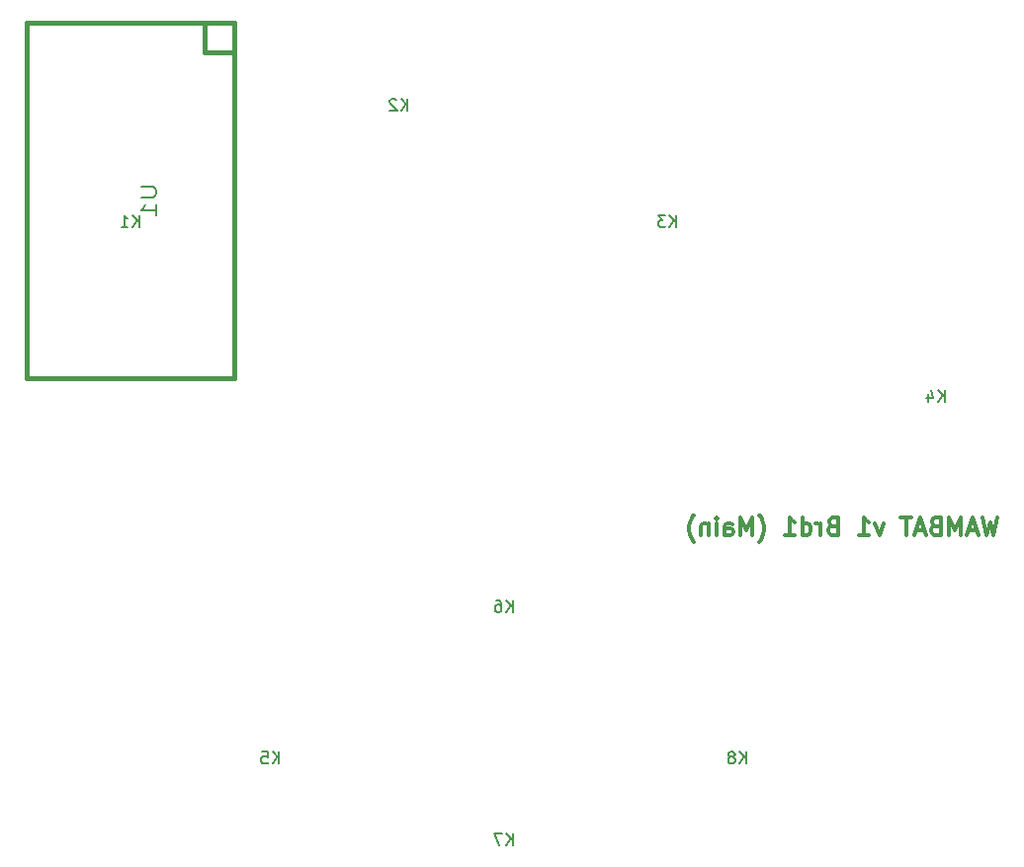
<source format=gbr>
G04 #@! TF.FileFunction,Legend,Bot*
%FSLAX46Y46*%
G04 Gerber Fmt 4.6, Leading zero omitted, Abs format (unit mm)*
G04 Created by KiCad (PCBNEW 4.0.7) date 12/09/17 16:13:06*
%MOMM*%
%LPD*%
G01*
G04 APERTURE LIST*
%ADD10C,0.100000*%
%ADD11C,0.300000*%
%ADD12C,0.381000*%
%ADD13C,0.203200*%
%ADD14C,0.200000*%
G04 APERTURE END LIST*
D10*
D11*
X192785713Y-79678571D02*
X192428570Y-81178571D01*
X192142856Y-80107143D01*
X191857142Y-81178571D01*
X191499999Y-79678571D01*
X190999999Y-80750000D02*
X190285713Y-80750000D01*
X191142856Y-81178571D02*
X190642856Y-79678571D01*
X190142856Y-81178571D01*
X189642856Y-81178571D02*
X189642856Y-79678571D01*
X189142856Y-80750000D01*
X188642856Y-79678571D01*
X188642856Y-81178571D01*
X187428570Y-80392857D02*
X187214284Y-80464286D01*
X187142856Y-80535714D01*
X187071427Y-80678571D01*
X187071427Y-80892857D01*
X187142856Y-81035714D01*
X187214284Y-81107143D01*
X187357142Y-81178571D01*
X187928570Y-81178571D01*
X187928570Y-79678571D01*
X187428570Y-79678571D01*
X187285713Y-79750000D01*
X187214284Y-79821429D01*
X187142856Y-79964286D01*
X187142856Y-80107143D01*
X187214284Y-80250000D01*
X187285713Y-80321429D01*
X187428570Y-80392857D01*
X187928570Y-80392857D01*
X186499999Y-80750000D02*
X185785713Y-80750000D01*
X186642856Y-81178571D02*
X186142856Y-79678571D01*
X185642856Y-81178571D01*
X185357142Y-79678571D02*
X184499999Y-79678571D01*
X184928570Y-81178571D02*
X184928570Y-79678571D01*
X182999999Y-80178571D02*
X182642856Y-81178571D01*
X182285714Y-80178571D01*
X180928571Y-81178571D02*
X181785714Y-81178571D01*
X181357142Y-81178571D02*
X181357142Y-79678571D01*
X181499999Y-79892857D01*
X181642857Y-80035714D01*
X181785714Y-80107143D01*
X178642857Y-80392857D02*
X178428571Y-80464286D01*
X178357143Y-80535714D01*
X178285714Y-80678571D01*
X178285714Y-80892857D01*
X178357143Y-81035714D01*
X178428571Y-81107143D01*
X178571429Y-81178571D01*
X179142857Y-81178571D01*
X179142857Y-79678571D01*
X178642857Y-79678571D01*
X178500000Y-79750000D01*
X178428571Y-79821429D01*
X178357143Y-79964286D01*
X178357143Y-80107143D01*
X178428571Y-80250000D01*
X178500000Y-80321429D01*
X178642857Y-80392857D01*
X179142857Y-80392857D01*
X177642857Y-81178571D02*
X177642857Y-80178571D01*
X177642857Y-80464286D02*
X177571429Y-80321429D01*
X177500000Y-80250000D01*
X177357143Y-80178571D01*
X177214286Y-80178571D01*
X176071429Y-81178571D02*
X176071429Y-79678571D01*
X176071429Y-81107143D02*
X176214286Y-81178571D01*
X176500000Y-81178571D01*
X176642858Y-81107143D01*
X176714286Y-81035714D01*
X176785715Y-80892857D01*
X176785715Y-80464286D01*
X176714286Y-80321429D01*
X176642858Y-80250000D01*
X176500000Y-80178571D01*
X176214286Y-80178571D01*
X176071429Y-80250000D01*
X174571429Y-81178571D02*
X175428572Y-81178571D01*
X175000000Y-81178571D02*
X175000000Y-79678571D01*
X175142857Y-79892857D01*
X175285715Y-80035714D01*
X175428572Y-80107143D01*
X172357144Y-81750000D02*
X172428572Y-81678571D01*
X172571429Y-81464286D01*
X172642858Y-81321429D01*
X172714287Y-81107143D01*
X172785715Y-80750000D01*
X172785715Y-80464286D01*
X172714287Y-80107143D01*
X172642858Y-79892857D01*
X172571429Y-79750000D01*
X172428572Y-79535714D01*
X172357144Y-79464286D01*
X171785715Y-81178571D02*
X171785715Y-79678571D01*
X171285715Y-80750000D01*
X170785715Y-79678571D01*
X170785715Y-81178571D01*
X169428572Y-81178571D02*
X169428572Y-80392857D01*
X169500001Y-80250000D01*
X169642858Y-80178571D01*
X169928572Y-80178571D01*
X170071429Y-80250000D01*
X169428572Y-81107143D02*
X169571429Y-81178571D01*
X169928572Y-81178571D01*
X170071429Y-81107143D01*
X170142858Y-80964286D01*
X170142858Y-80821429D01*
X170071429Y-80678571D01*
X169928572Y-80607143D01*
X169571429Y-80607143D01*
X169428572Y-80535714D01*
X168714286Y-81178571D02*
X168714286Y-80178571D01*
X168714286Y-79678571D02*
X168785715Y-79750000D01*
X168714286Y-79821429D01*
X168642858Y-79750000D01*
X168714286Y-79678571D01*
X168714286Y-79821429D01*
X168000000Y-80178571D02*
X168000000Y-81178571D01*
X168000000Y-80321429D02*
X167928572Y-80250000D01*
X167785714Y-80178571D01*
X167571429Y-80178571D01*
X167428572Y-80250000D01*
X167357143Y-80392857D01*
X167357143Y-81178571D01*
X166785714Y-81750000D02*
X166714286Y-81678571D01*
X166571429Y-81464286D01*
X166500000Y-81321429D01*
X166428571Y-81107143D01*
X166357143Y-80750000D01*
X166357143Y-80464286D01*
X166428571Y-80107143D01*
X166500000Y-79892857D01*
X166571429Y-79750000D01*
X166714286Y-79535714D01*
X166785714Y-79464286D01*
D12*
X109610000Y-37260000D02*
X127390000Y-37260000D01*
X127390000Y-37260000D02*
X127390000Y-67740000D01*
X127390000Y-67740000D02*
X109610000Y-67740000D01*
X109610000Y-67740000D02*
X109610000Y-37260000D01*
X124850000Y-37260000D02*
X124850000Y-39800000D01*
X124850000Y-39800000D02*
X127390000Y-39800000D01*
D13*
X119429524Y-51338857D02*
X120457619Y-51338857D01*
X120578571Y-51411429D01*
X120639048Y-51484000D01*
X120699524Y-51629143D01*
X120699524Y-51919429D01*
X120639048Y-52064571D01*
X120578571Y-52137143D01*
X120457619Y-52209714D01*
X119429524Y-52209714D01*
X120699524Y-53733714D02*
X120699524Y-52862857D01*
X120699524Y-53298285D02*
X119429524Y-53298285D01*
X119610952Y-53153142D01*
X119731905Y-53008000D01*
X119792381Y-52862857D01*
D14*
X119238095Y-54770381D02*
X119238095Y-53770381D01*
X118666666Y-54770381D02*
X119095238Y-54198952D01*
X118666666Y-53770381D02*
X119238095Y-54341810D01*
X117714285Y-54770381D02*
X118285714Y-54770381D01*
X118000000Y-54770381D02*
X118000000Y-53770381D01*
X118095238Y-53913238D01*
X118190476Y-54008476D01*
X118285714Y-54056095D01*
X142238095Y-44770381D02*
X142238095Y-43770381D01*
X141666666Y-44770381D02*
X142095238Y-44198952D01*
X141666666Y-43770381D02*
X142238095Y-44341810D01*
X141285714Y-43865619D02*
X141238095Y-43818000D01*
X141142857Y-43770381D01*
X140904761Y-43770381D01*
X140809523Y-43818000D01*
X140761904Y-43865619D01*
X140714285Y-43960857D01*
X140714285Y-44056095D01*
X140761904Y-44198952D01*
X141333333Y-44770381D01*
X140714285Y-44770381D01*
X165238095Y-54770381D02*
X165238095Y-53770381D01*
X164666666Y-54770381D02*
X165095238Y-54198952D01*
X164666666Y-53770381D02*
X165238095Y-54341810D01*
X164333333Y-53770381D02*
X163714285Y-53770381D01*
X164047619Y-54151333D01*
X163904761Y-54151333D01*
X163809523Y-54198952D01*
X163761904Y-54246571D01*
X163714285Y-54341810D01*
X163714285Y-54579905D01*
X163761904Y-54675143D01*
X163809523Y-54722762D01*
X163904761Y-54770381D01*
X164190476Y-54770381D01*
X164285714Y-54722762D01*
X164333333Y-54675143D01*
X188238095Y-69770381D02*
X188238095Y-68770381D01*
X187666666Y-69770381D02*
X188095238Y-69198952D01*
X187666666Y-68770381D02*
X188238095Y-69341810D01*
X186809523Y-69103714D02*
X186809523Y-69770381D01*
X187047619Y-68722762D02*
X187285714Y-69437048D01*
X186666666Y-69437048D01*
X131238095Y-100770381D02*
X131238095Y-99770381D01*
X130666666Y-100770381D02*
X131095238Y-100198952D01*
X130666666Y-99770381D02*
X131238095Y-100341810D01*
X129761904Y-99770381D02*
X130238095Y-99770381D01*
X130285714Y-100246571D01*
X130238095Y-100198952D01*
X130142857Y-100151333D01*
X129904761Y-100151333D01*
X129809523Y-100198952D01*
X129761904Y-100246571D01*
X129714285Y-100341810D01*
X129714285Y-100579905D01*
X129761904Y-100675143D01*
X129809523Y-100722762D01*
X129904761Y-100770381D01*
X130142857Y-100770381D01*
X130238095Y-100722762D01*
X130285714Y-100675143D01*
X151238095Y-87770381D02*
X151238095Y-86770381D01*
X150666666Y-87770381D02*
X151095238Y-87198952D01*
X150666666Y-86770381D02*
X151238095Y-87341810D01*
X149809523Y-86770381D02*
X150000000Y-86770381D01*
X150095238Y-86818000D01*
X150142857Y-86865619D01*
X150238095Y-87008476D01*
X150285714Y-87198952D01*
X150285714Y-87579905D01*
X150238095Y-87675143D01*
X150190476Y-87722762D01*
X150095238Y-87770381D01*
X149904761Y-87770381D01*
X149809523Y-87722762D01*
X149761904Y-87675143D01*
X149714285Y-87579905D01*
X149714285Y-87341810D01*
X149761904Y-87246571D01*
X149809523Y-87198952D01*
X149904761Y-87151333D01*
X150095238Y-87151333D01*
X150190476Y-87198952D01*
X150238095Y-87246571D01*
X150285714Y-87341810D01*
X151238095Y-107770381D02*
X151238095Y-106770381D01*
X150666666Y-107770381D02*
X151095238Y-107198952D01*
X150666666Y-106770381D02*
X151238095Y-107341810D01*
X150333333Y-106770381D02*
X149666666Y-106770381D01*
X150095238Y-107770381D01*
X171238095Y-100770381D02*
X171238095Y-99770381D01*
X170666666Y-100770381D02*
X171095238Y-100198952D01*
X170666666Y-99770381D02*
X171238095Y-100341810D01*
X170095238Y-100198952D02*
X170190476Y-100151333D01*
X170238095Y-100103714D01*
X170285714Y-100008476D01*
X170285714Y-99960857D01*
X170238095Y-99865619D01*
X170190476Y-99818000D01*
X170095238Y-99770381D01*
X169904761Y-99770381D01*
X169809523Y-99818000D01*
X169761904Y-99865619D01*
X169714285Y-99960857D01*
X169714285Y-100008476D01*
X169761904Y-100103714D01*
X169809523Y-100151333D01*
X169904761Y-100198952D01*
X170095238Y-100198952D01*
X170190476Y-100246571D01*
X170238095Y-100294190D01*
X170285714Y-100389429D01*
X170285714Y-100579905D01*
X170238095Y-100675143D01*
X170190476Y-100722762D01*
X170095238Y-100770381D01*
X169904761Y-100770381D01*
X169809523Y-100722762D01*
X169761904Y-100675143D01*
X169714285Y-100579905D01*
X169714285Y-100389429D01*
X169761904Y-100294190D01*
X169809523Y-100246571D01*
X169904761Y-100198952D01*
M02*

</source>
